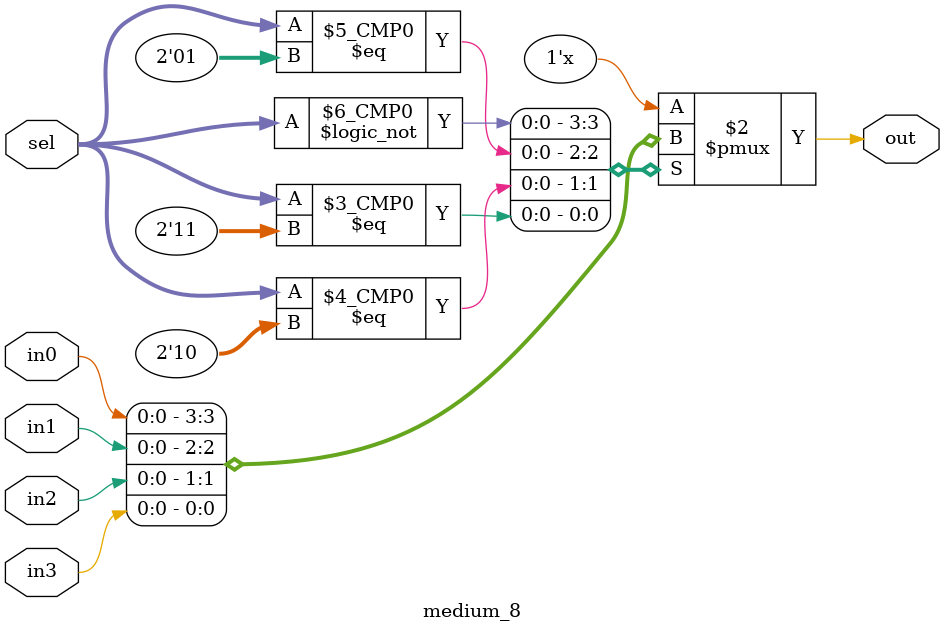
<source format=v>
module medium_8(
    output reg out,
    input in0,
    input in1,
    input in2,
    input in3,
    input[1:0] sel
);
    always @(in0,in1,in2,in3,sel) 
        case(sel)
            2'b00: out=in0;
            2'b01: out=in1;
            2'b10: out=in2;
            2'b11: out=in3;
            default: out=2'bx;
        endcase
endmodule
</source>
